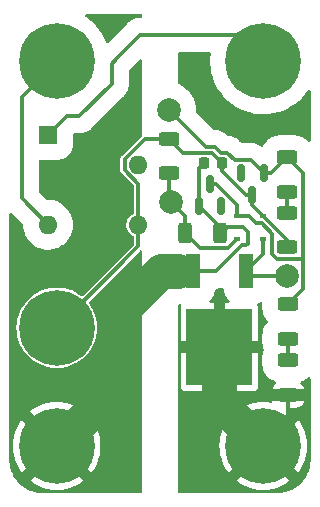
<source format=gtl>
G04 #@! TF.GenerationSoftware,KiCad,Pcbnew,6.0.10*
G04 #@! TF.CreationDate,2023-01-08T03:35:34+01:00*
G04 #@! TF.ProjectId,ideal_diode,69646561-6c5f-4646-996f-64652e6b6963,rev?*
G04 #@! TF.SameCoordinates,Original*
G04 #@! TF.FileFunction,Copper,L1,Top*
G04 #@! TF.FilePolarity,Positive*
%FSLAX46Y46*%
G04 Gerber Fmt 4.6, Leading zero omitted, Abs format (unit mm)*
G04 Created by KiCad (PCBNEW 6.0.10) date 2023-01-08 03:35:34*
%MOMM*%
%LPD*%
G01*
G04 APERTURE LIST*
G04 Aperture macros list*
%AMRoundRect*
0 Rectangle with rounded corners*
0 $1 Rounding radius*
0 $2 $3 $4 $5 $6 $7 $8 $9 X,Y pos of 4 corners*
0 Add a 4 corners polygon primitive as box body*
4,1,4,$2,$3,$4,$5,$6,$7,$8,$9,$2,$3,0*
0 Add four circle primitives for the rounded corners*
1,1,$1+$1,$2,$3*
1,1,$1+$1,$4,$5*
1,1,$1+$1,$6,$7*
1,1,$1+$1,$8,$9*
0 Add four rect primitives between the rounded corners*
20,1,$1+$1,$2,$3,$4,$5,0*
20,1,$1+$1,$4,$5,$6,$7,0*
20,1,$1+$1,$6,$7,$8,$9,0*
20,1,$1+$1,$8,$9,$2,$3,0*%
G04 Aperture macros list end*
G04 #@! TA.AperFunction,SMDPad,CuDef*
%ADD10RoundRect,0.250000X0.625000X-0.312500X0.625000X0.312500X-0.625000X0.312500X-0.625000X-0.312500X0*%
G04 #@! TD*
G04 #@! TA.AperFunction,SMDPad,CuDef*
%ADD11RoundRect,0.250000X-0.625000X0.312500X-0.625000X-0.312500X0.625000X-0.312500X0.625000X0.312500X0*%
G04 #@! TD*
G04 #@! TA.AperFunction,ComponentPad*
%ADD12C,2.000000*%
G04 #@! TD*
G04 #@! TA.AperFunction,SMDPad,CuDef*
%ADD13R,0.600000X0.400000*%
G04 #@! TD*
G04 #@! TA.AperFunction,ComponentPad*
%ADD14C,0.800000*%
G04 #@! TD*
G04 #@! TA.AperFunction,ComponentPad*
%ADD15C,6.400000*%
G04 #@! TD*
G04 #@! TA.AperFunction,SMDPad,CuDef*
%ADD16RoundRect,0.250000X0.312500X0.625000X-0.312500X0.625000X-0.312500X-0.625000X0.312500X-0.625000X0*%
G04 #@! TD*
G04 #@! TA.AperFunction,SMDPad,CuDef*
%ADD17RoundRect,0.150000X0.150000X-0.587500X0.150000X0.587500X-0.150000X0.587500X-0.150000X-0.587500X0*%
G04 #@! TD*
G04 #@! TA.AperFunction,SMDPad,CuDef*
%ADD18RoundRect,0.225000X0.225000X0.250000X-0.225000X0.250000X-0.225000X-0.250000X0.225000X-0.250000X0*%
G04 #@! TD*
G04 #@! TA.AperFunction,SMDPad,CuDef*
%ADD19R,1.250000X2.850000*%
G04 #@! TD*
G04 #@! TA.AperFunction,SMDPad,CuDef*
%ADD20R,5.550000X6.500000*%
G04 #@! TD*
G04 #@! TA.AperFunction,ComponentPad*
%ADD21R,1.600000X1.600000*%
G04 #@! TD*
G04 #@! TA.AperFunction,ComponentPad*
%ADD22O,1.600000X1.600000*%
G04 #@! TD*
G04 #@! TA.AperFunction,SMDPad,CuDef*
%ADD23RoundRect,0.150000X-0.150000X0.587500X-0.150000X-0.587500X0.150000X-0.587500X0.150000X0.587500X0*%
G04 #@! TD*
G04 #@! TA.AperFunction,ViaPad*
%ADD24C,1.000000*%
G04 #@! TD*
G04 #@! TA.AperFunction,Conductor*
%ADD25C,0.300000*%
G04 #@! TD*
G04 #@! TA.AperFunction,Conductor*
%ADD26C,3.000000*%
G04 #@! TD*
G04 APERTURE END LIST*
D10*
X35799770Y-39712500D03*
X35799770Y-36787500D03*
D11*
X25700000Y-22775000D03*
X25700000Y-25700000D03*
D12*
X35699770Y-34354770D03*
X25899770Y-28100000D03*
D13*
X31499770Y-29329770D03*
X31499770Y-30279770D03*
X31499770Y-31229770D03*
X33699770Y-31229770D03*
X33699770Y-29329770D03*
D14*
X33699770Y-18599770D03*
X33699770Y-13799770D03*
X32002714Y-17896826D03*
X35396826Y-14502714D03*
D15*
X33699770Y-16199770D03*
D14*
X36099770Y-16199770D03*
X35396826Y-17896826D03*
X31299770Y-16199770D03*
X32002714Y-14502714D03*
D11*
X35699770Y-24354770D03*
X35699770Y-27279770D03*
D16*
X29999770Y-30779770D03*
X27074770Y-30779770D03*
D17*
X28217270Y-28442270D03*
X30117270Y-28442270D03*
X29167270Y-26567270D03*
D18*
X30200000Y-24800000D03*
X28650000Y-24800000D03*
D19*
X32267270Y-34004770D03*
D20*
X29987270Y-40404770D03*
D19*
X27707270Y-34004770D03*
D14*
X17896826Y-17896826D03*
X16199770Y-13799770D03*
X18599770Y-16199770D03*
X17896826Y-14502714D03*
X14502714Y-14502714D03*
X14502714Y-17896826D03*
D15*
X16199770Y-16199770D03*
D14*
X16199770Y-18599770D03*
X13799770Y-16199770D03*
D10*
X35799770Y-44462500D03*
X35799770Y-41537500D03*
D14*
X17896826Y-37082714D03*
X14502714Y-40476826D03*
X16199770Y-41179770D03*
X18599770Y-38779770D03*
X14502714Y-37082714D03*
X13799770Y-38779770D03*
X17896826Y-40476826D03*
D15*
X16199770Y-38779770D03*
D14*
X16199770Y-36379770D03*
D11*
X35699770Y-29054770D03*
X35699770Y-31979770D03*
D15*
X16199770Y-48779770D03*
D14*
X16199770Y-46379770D03*
X13799770Y-48779770D03*
X17896826Y-50476826D03*
X18599770Y-48779770D03*
X16199770Y-51179770D03*
X14502714Y-50476826D03*
X17896826Y-47082714D03*
X14502714Y-47082714D03*
D21*
X15479770Y-22439770D03*
D22*
X15479770Y-30059770D03*
X23099770Y-30059770D03*
X23099770Y-24979770D03*
D23*
X33717270Y-25667270D03*
X31817270Y-25667270D03*
X32767270Y-27542270D03*
D14*
X31299770Y-48779770D03*
X32002714Y-47082714D03*
X33699770Y-46379770D03*
X33699770Y-51179770D03*
X36099770Y-48779770D03*
X35396826Y-47082714D03*
X35396826Y-50476826D03*
D15*
X33699770Y-48779770D03*
D14*
X32002714Y-50476826D03*
D12*
X25700000Y-20300000D03*
D24*
X22750000Y-21750000D03*
X22750000Y-20000000D03*
X21500000Y-21250000D03*
X21500000Y-47500000D03*
X20000000Y-26000000D03*
X15500000Y-43500000D03*
X14000000Y-35000000D03*
X21099770Y-39900230D03*
X18500000Y-27500000D03*
X17500000Y-43500000D03*
X21500000Y-50500000D03*
X20000000Y-29000000D03*
X20000000Y-32000000D03*
X15500000Y-26000000D03*
X20000000Y-23000000D03*
X21500000Y-49000000D03*
X21099770Y-43400230D03*
X21500000Y-13000000D03*
X21500000Y-52000000D03*
X14000000Y-43500000D03*
X18500000Y-32000000D03*
X18500000Y-26000000D03*
X18500000Y-30500000D03*
X14000000Y-33500000D03*
X20000000Y-24500000D03*
X20000000Y-27500000D03*
X15500000Y-33500000D03*
X18500000Y-24500000D03*
X17000000Y-26000000D03*
X21099770Y-41900230D03*
X21099770Y-37900230D03*
X20000000Y-30500000D03*
X18500000Y-23000000D03*
X19739770Y-45239770D03*
X17000000Y-33500000D03*
X18500000Y-33500000D03*
X21500000Y-23000000D03*
X18500000Y-29000000D03*
X22247918Y-36747918D03*
X17000000Y-27500000D03*
X20000000Y-52000000D03*
X29000000Y-50000000D03*
X29987270Y-40404770D03*
X30000000Y-38000000D03*
X30460000Y-45540000D03*
X29500000Y-20000000D03*
X32000000Y-38000000D03*
X29987270Y-44012730D03*
X31000000Y-21500000D03*
X27500000Y-47500000D03*
X34500000Y-22000000D03*
X29000000Y-52000000D03*
X32000000Y-40500000D03*
X33000000Y-22000000D03*
X32000000Y-42500000D03*
X37000000Y-22000000D03*
X37000000Y-20500000D03*
X27500000Y-50000000D03*
X29987270Y-42512730D03*
X27500000Y-52000000D03*
X29000000Y-47500000D03*
X30000000Y-36500000D03*
D25*
X21007717Y-16250000D02*
X21253859Y-16003859D01*
X20849770Y-18125864D02*
X20849770Y-16407948D01*
X20849770Y-16407948D02*
X21253859Y-16003859D01*
X21253859Y-16003859D02*
X23277947Y-13979770D01*
X15479770Y-22439770D02*
X17069770Y-20849770D01*
X17069770Y-20849770D02*
X18125864Y-20849770D01*
X18125864Y-20849770D02*
X20849770Y-18125864D01*
X31399770Y-13979770D02*
X33699770Y-16279770D01*
X23277947Y-13979770D02*
X31399770Y-13979770D01*
X31499770Y-28380163D02*
X31499770Y-29329770D01*
X32629770Y-24579770D02*
X33717270Y-25667270D01*
X34474770Y-30811876D02*
X34474770Y-32540798D01*
X34387270Y-25667270D02*
X35699770Y-24354770D01*
X30663173Y-23975000D02*
X31267943Y-24579770D01*
X29582106Y-23475000D02*
X30082106Y-23975000D01*
X34863742Y-32929770D02*
X37049770Y-32929770D01*
X29167270Y-26567270D02*
X29686877Y-26567270D01*
X33571217Y-29908323D02*
X34474770Y-30811876D01*
X28875000Y-23475000D02*
X29582106Y-23475000D01*
X35799770Y-36767270D02*
X37049770Y-35517270D01*
X35699770Y-24354770D02*
X37049770Y-25704770D01*
X33078323Y-29908323D02*
X33571217Y-29908323D01*
X25700000Y-20300000D02*
X28875000Y-23475000D01*
X37049770Y-35517270D02*
X37049770Y-34104770D01*
X33717270Y-25667270D02*
X34387270Y-25667270D01*
X37049770Y-25704770D02*
X37049770Y-32929770D01*
X30082106Y-23975000D02*
X30663173Y-23975000D01*
X31499770Y-29329770D02*
X32499770Y-29329770D01*
X37049770Y-34104770D02*
X37049770Y-32929770D01*
X31267943Y-24579770D02*
X32629770Y-24579770D01*
X32499770Y-29329770D02*
X33078323Y-29908323D01*
X29686877Y-26567270D02*
X31499770Y-28380163D01*
X34474770Y-32540798D02*
X34863742Y-32929770D01*
X35699770Y-34354770D02*
X32617270Y-34354770D01*
X32617270Y-34354770D02*
X32267270Y-34004770D01*
X33699770Y-31229770D02*
X33699770Y-32572270D01*
X33699770Y-32572270D02*
X32267270Y-34004770D01*
D26*
X21099770Y-43879770D02*
X21099770Y-43400230D01*
D25*
X32417270Y-30654770D02*
X32417270Y-31654770D01*
X31874376Y-31804770D02*
X29674376Y-34004770D01*
X32017270Y-30254770D02*
X32417270Y-30654770D01*
D26*
X21099770Y-43400230D02*
X21099770Y-41900230D01*
D25*
X28217270Y-28442270D02*
X28217270Y-25232730D01*
D26*
X16199770Y-48779770D02*
X19739770Y-45239770D01*
D25*
X31767270Y-30254770D02*
X32017270Y-30254770D01*
X29674376Y-34004770D02*
X27707270Y-34004770D01*
X30717270Y-30254770D02*
X30267270Y-30704770D01*
D26*
X19739770Y-45239770D02*
X21099770Y-43879770D01*
D25*
X30267270Y-30704770D02*
X30267270Y-30492270D01*
D26*
X21099770Y-37900230D02*
X21099770Y-37896066D01*
D25*
X32267270Y-31804770D02*
X31874376Y-31804770D01*
X30267270Y-30492270D02*
X28217270Y-28442270D01*
D26*
X25016066Y-33979770D02*
X26499770Y-33979770D01*
D25*
X31767270Y-30254770D02*
X30717270Y-30254770D01*
D26*
X21099770Y-37896066D02*
X22247918Y-36747918D01*
D25*
X28217270Y-25232730D02*
X28650000Y-24800000D01*
D26*
X22247918Y-36747918D02*
X25016066Y-33979770D01*
D25*
X32417270Y-31654770D02*
X32267270Y-31804770D01*
D26*
X21099770Y-39900230D02*
X21099770Y-37900230D01*
X21099770Y-41900230D02*
X21099770Y-39900230D01*
D25*
X25700000Y-27900230D02*
X25899770Y-28100000D01*
X27074770Y-29275000D02*
X25899770Y-28100000D01*
X27074770Y-30779770D02*
X28299770Y-32004770D01*
X30724770Y-32004770D02*
X31499770Y-31229770D01*
X27074770Y-30779770D02*
X27074770Y-29275000D01*
X25700000Y-25700000D02*
X25700000Y-27900230D01*
X28299770Y-32004770D02*
X30724770Y-32004770D01*
X35799770Y-41529770D02*
X35799770Y-39692270D01*
D26*
X29987270Y-44012730D02*
X29987270Y-45067270D01*
X29987270Y-45067270D02*
X30460000Y-45540000D01*
X29987270Y-40404770D02*
X29987270Y-42512730D01*
X29987270Y-42512730D02*
X29987270Y-44012730D01*
D25*
X35799770Y-46679770D02*
X33699770Y-48779770D01*
D26*
X30460000Y-45540000D02*
X33699770Y-48779770D01*
D25*
X35799770Y-44454770D02*
X35799770Y-46679770D01*
X35699770Y-29054770D02*
X35699770Y-27279770D01*
X35699770Y-31329770D02*
X35699770Y-31979770D01*
X23099770Y-31879770D02*
X16199770Y-38779770D01*
X23099770Y-30059770D02*
X23099770Y-31879770D01*
X21949770Y-25456116D02*
X21949770Y-24503424D01*
X29375000Y-23975000D02*
X26900000Y-23975000D01*
X33699770Y-29329770D02*
X35699770Y-31329770D01*
X30200000Y-25494607D02*
X30200000Y-24800000D01*
X32767270Y-27542270D02*
X32767270Y-28397270D01*
X30200000Y-24800000D02*
X29375000Y-23975000D01*
X23678194Y-22775000D02*
X25700000Y-22775000D01*
X32247663Y-27542270D02*
X30200000Y-25494607D01*
X21949770Y-24503424D02*
X23678194Y-22775000D01*
X23099770Y-30059770D02*
X23099770Y-26606116D01*
X26900000Y-23975000D02*
X25700000Y-22775000D01*
X32767270Y-27542270D02*
X32247663Y-27542270D01*
X23099770Y-26606116D02*
X21949770Y-25456116D01*
X32767270Y-28397270D02*
X33699770Y-29329770D01*
X15479770Y-30059770D02*
X13229770Y-27809770D01*
X13229770Y-27809770D02*
X13229770Y-19249770D01*
X13229770Y-19249770D02*
X16199770Y-16279770D01*
G04 #@! TA.AperFunction,Conductor*
G36*
X23367802Y-16045398D02*
G01*
X23424638Y-16087945D01*
X23449449Y-16154465D01*
X23449770Y-16163454D01*
X23449770Y-22455552D01*
X23429768Y-22523673D01*
X23412865Y-22544647D01*
X21737871Y-24219641D01*
X21722917Y-24231719D01*
X21719365Y-24234951D01*
X21710618Y-24240599D01*
X21704172Y-24248776D01*
X21691768Y-24264510D01*
X21688271Y-24268445D01*
X21688375Y-24268533D01*
X21685020Y-24272492D01*
X21681342Y-24276170D01*
X21678323Y-24280395D01*
X21678316Y-24280403D01*
X21671098Y-24290504D01*
X21667534Y-24295251D01*
X21638378Y-24332235D01*
X21635577Y-24340211D01*
X21630659Y-24347093D01*
X21617151Y-24392260D01*
X21615329Y-24397866D01*
X21602342Y-24434847D01*
X21602341Y-24434853D01*
X21599715Y-24442330D01*
X21599270Y-24447468D01*
X21599270Y-24450187D01*
X21599175Y-24452369D01*
X21599015Y-24452904D01*
X21598988Y-24452903D01*
X21598981Y-24453021D01*
X21597226Y-24458888D01*
X21597635Y-24469296D01*
X21599173Y-24508443D01*
X21599270Y-24513390D01*
X21599270Y-25405292D01*
X21597237Y-25424391D01*
X21597010Y-25429199D01*
X21594819Y-25439377D01*
X21596043Y-25449716D01*
X21598397Y-25469607D01*
X21598707Y-25474862D01*
X21598842Y-25474851D01*
X21599270Y-25480030D01*
X21599270Y-25485231D01*
X21600124Y-25490359D01*
X21600124Y-25490365D01*
X21602159Y-25502589D01*
X21602996Y-25508465D01*
X21608534Y-25555254D01*
X21612193Y-25562874D01*
X21613582Y-25571219D01*
X21618527Y-25580383D01*
X21635962Y-25612696D01*
X21638654Y-25617981D01*
X21659044Y-25660442D01*
X21662362Y-25664390D01*
X21664295Y-25666323D01*
X21665760Y-25667920D01*
X21666024Y-25668410D01*
X21666004Y-25668429D01*
X21666083Y-25668518D01*
X21668992Y-25673910D01*
X21676640Y-25680980D01*
X21676641Y-25680981D01*
X21705406Y-25707571D01*
X21708972Y-25711000D01*
X22712365Y-26714393D01*
X22746391Y-26776705D01*
X22749270Y-26803488D01*
X22749270Y-29037677D01*
X22729268Y-29105798D01*
X22681645Y-29149339D01*
X22554742Y-29215682D01*
X22554738Y-29215685D01*
X22549282Y-29218537D01*
X22544482Y-29222397D01*
X22544481Y-29222397D01*
X22537944Y-29227653D01*
X22396370Y-29341481D01*
X22270250Y-29491786D01*
X22267286Y-29497178D01*
X22267283Y-29497182D01*
X22266954Y-29497781D01*
X22175726Y-29663724D01*
X22116398Y-29850748D01*
X22094527Y-30045733D01*
X22110945Y-30241253D01*
X22165028Y-30429861D01*
X22167846Y-30435344D01*
X22251893Y-30598883D01*
X22251896Y-30598887D01*
X22254714Y-30604371D01*
X22376588Y-30758139D01*
X22526008Y-30885305D01*
X22531386Y-30888311D01*
X22531388Y-30888312D01*
X22684740Y-30974017D01*
X22734446Y-31024710D01*
X22749270Y-31084005D01*
X22749270Y-31682398D01*
X22729268Y-31750519D01*
X22712365Y-31771493D01*
X18422683Y-36061175D01*
X18360371Y-36095201D01*
X18289556Y-36090136D01*
X18257234Y-36072310D01*
X18116659Y-35965221D01*
X18116649Y-35965214D01*
X18113942Y-35963152D01*
X18111030Y-35961395D01*
X18111025Y-35961392D01*
X17801475Y-35774659D01*
X17801466Y-35774654D01*
X17798553Y-35772897D01*
X17795463Y-35771463D01*
X17795458Y-35771460D01*
X17631507Y-35695357D01*
X17464461Y-35617817D01*
X17461236Y-35616725D01*
X17461230Y-35616723D01*
X17118802Y-35500818D01*
X17118797Y-35500817D01*
X17115575Y-35499726D01*
X16881690Y-35447874D01*
X16759306Y-35420742D01*
X16759302Y-35420741D01*
X16755976Y-35420004D01*
X16606394Y-35403490D01*
X16393252Y-35379959D01*
X16393245Y-35379959D01*
X16389870Y-35379586D01*
X16386471Y-35379580D01*
X16386470Y-35379580D01*
X16212749Y-35379277D01*
X16021540Y-35378943D01*
X15884326Y-35393607D01*
X15658680Y-35417721D01*
X15658674Y-35417722D01*
X15655296Y-35418083D01*
X15295420Y-35496549D01*
X14946124Y-35613422D01*
X14943031Y-35614845D01*
X14943030Y-35614845D01*
X14933444Y-35619254D01*
X14611493Y-35767335D01*
X14608559Y-35769091D01*
X14608557Y-35769092D01*
X14514533Y-35825364D01*
X14295442Y-35956488D01*
X14001668Y-36178667D01*
X13733607Y-36431275D01*
X13494396Y-36711355D01*
X13492468Y-36714182D01*
X13492466Y-36714184D01*
X13486019Y-36723635D01*
X13286832Y-37015632D01*
X13113344Y-37340546D01*
X13112069Y-37343718D01*
X13112067Y-37343722D01*
X13109010Y-37351328D01*
X12975962Y-37682296D01*
X12876291Y-38036885D01*
X12875729Y-38040242D01*
X12875729Y-38040243D01*
X12873785Y-38051863D01*
X12815499Y-38400163D01*
X12794297Y-38767883D01*
X12812932Y-39135741D01*
X12813469Y-39139096D01*
X12813470Y-39139102D01*
X12853808Y-39390940D01*
X12871186Y-39499435D01*
X12968378Y-39854711D01*
X13103372Y-40197412D01*
X13274587Y-40523529D01*
X13276488Y-40526358D01*
X13276494Y-40526368D01*
X13461477Y-40801649D01*
X13480022Y-40829247D01*
X13717272Y-41110991D01*
X13819776Y-41208946D01*
X13981099Y-41363111D01*
X13981106Y-41363117D01*
X13983562Y-41365464D01*
X14275778Y-41589689D01*
X14590501Y-41781044D01*
X14924049Y-41937289D01*
X14927267Y-41938391D01*
X14927270Y-41938392D01*
X15269298Y-42055495D01*
X15269306Y-42055497D01*
X15272521Y-42056598D01*
X15631840Y-42137574D01*
X15714772Y-42147023D01*
X15994420Y-42178885D01*
X15994428Y-42178885D01*
X15997803Y-42179270D01*
X16001207Y-42179288D01*
X16001210Y-42179288D01*
X16200844Y-42180333D01*
X16366128Y-42181198D01*
X16369514Y-42180848D01*
X16369516Y-42180848D01*
X16729115Y-42143688D01*
X16729124Y-42143687D01*
X16732507Y-42143337D01*
X16735840Y-42142623D01*
X16735843Y-42142622D01*
X16913258Y-42104587D01*
X17092654Y-42066128D01*
X17442356Y-41950475D01*
X17777522Y-41797731D01*
X17874735Y-41740010D01*
X18091286Y-41611432D01*
X18091291Y-41611429D01*
X18094231Y-41609683D01*
X18120861Y-41589689D01*
X18386046Y-41390582D01*
X18388779Y-41388530D01*
X18657720Y-41136859D01*
X18897908Y-40857616D01*
X18915608Y-40831863D01*
X19104601Y-40556874D01*
X19106532Y-40554065D01*
X19108144Y-40551071D01*
X19108149Y-40551063D01*
X19279531Y-40232771D01*
X19281153Y-40229759D01*
X19419728Y-39888490D01*
X19520635Y-39534252D01*
X19582695Y-39171188D01*
X19584658Y-39139102D01*
X19605071Y-38805342D01*
X19605181Y-38803545D01*
X19605264Y-38779770D01*
X19585345Y-38411979D01*
X19525822Y-38048490D01*
X19427390Y-37693556D01*
X19424213Y-37685571D01*
X19292460Y-37354492D01*
X19291201Y-37351328D01*
X19261128Y-37294530D01*
X19120447Y-37028830D01*
X19120443Y-37028823D01*
X19118848Y-37025811D01*
X18912348Y-36720811D01*
X18910486Y-36718616D01*
X18885267Y-36652359D01*
X18899893Y-36582886D01*
X18921788Y-36553434D01*
X23234675Y-32240547D01*
X23296987Y-32206521D01*
X23367802Y-32211586D01*
X23424638Y-32254133D01*
X23449449Y-32320653D01*
X23449770Y-32329642D01*
X23449770Y-52653180D01*
X23429768Y-52721301D01*
X23376112Y-52767794D01*
X23323770Y-52779180D01*
X15037080Y-52779180D01*
X15019758Y-52777214D01*
X15014189Y-52777204D01*
X15000359Y-52774024D01*
X14986519Y-52777156D01*
X14972330Y-52777131D01*
X14972331Y-52776519D01*
X14964392Y-52777180D01*
X14797257Y-52767794D01*
X14693617Y-52761974D01*
X14679585Y-52760393D01*
X14526035Y-52734304D01*
X14384024Y-52710175D01*
X14370248Y-52707030D01*
X14082190Y-52624041D01*
X14068854Y-52619375D01*
X13955666Y-52572491D01*
X13791879Y-52504648D01*
X13779156Y-52498521D01*
X13516771Y-52353505D01*
X13504818Y-52345995D01*
X13260306Y-52172503D01*
X13249275Y-52163706D01*
X13205034Y-52124169D01*
X13062617Y-51996897D01*
X13025734Y-51963936D01*
X13015743Y-51953944D01*
X12818138Y-51732822D01*
X13959760Y-51732822D01*
X13967217Y-51743189D01*
X14014705Y-51781644D01*
X14020042Y-51785521D01*
X14340455Y-51993600D01*
X14346164Y-51996897D01*
X14686581Y-52170348D01*
X14692606Y-52173030D01*
X15049272Y-52309941D01*
X15055554Y-52311982D01*
X15424586Y-52410864D01*
X15431036Y-52412235D01*
X15808399Y-52472004D01*
X15814937Y-52472690D01*
X16196469Y-52492686D01*
X16203071Y-52492686D01*
X16584603Y-52472690D01*
X16591141Y-52472004D01*
X16968504Y-52412235D01*
X16974954Y-52410864D01*
X17343986Y-52311982D01*
X17350268Y-52309941D01*
X17706934Y-52173030D01*
X17712959Y-52170348D01*
X18053376Y-51996897D01*
X18059085Y-51993600D01*
X18379498Y-51785521D01*
X18384835Y-51781644D01*
X18431373Y-51743958D01*
X18439839Y-51731703D01*
X18433505Y-51720612D01*
X16212582Y-49499689D01*
X16198638Y-49492075D01*
X16196805Y-49492206D01*
X16190190Y-49496457D01*
X13966901Y-51719746D01*
X13959760Y-51732822D01*
X12818138Y-51732822D01*
X12815989Y-51730417D01*
X12807179Y-51719370D01*
X12633699Y-51474871D01*
X12626186Y-51462915D01*
X12481171Y-51200527D01*
X12475043Y-51187801D01*
X12360323Y-50910839D01*
X12355656Y-50897502D01*
X12322853Y-50783639D01*
X12272661Y-50609418D01*
X12269519Y-50595649D01*
X12219306Y-50300102D01*
X12217724Y-50286061D01*
X12202547Y-50015786D01*
X12203208Y-50008061D01*
X12202451Y-50008060D01*
X12202476Y-49993868D01*
X12205656Y-49980040D01*
X12202525Y-49966200D01*
X12202533Y-49961374D01*
X12200500Y-49943177D01*
X12200500Y-48783071D01*
X12486854Y-48783071D01*
X12506850Y-49164603D01*
X12507536Y-49171141D01*
X12567305Y-49548504D01*
X12568676Y-49554954D01*
X12667558Y-49923986D01*
X12669599Y-49930268D01*
X12806510Y-50286934D01*
X12809192Y-50292959D01*
X12982642Y-50633373D01*
X12985939Y-50639083D01*
X13194023Y-50959505D01*
X13197893Y-50964831D01*
X13235582Y-51011373D01*
X13247837Y-51019839D01*
X13258928Y-51013505D01*
X15479851Y-48792582D01*
X15486229Y-48780902D01*
X16912075Y-48780902D01*
X16912206Y-48782735D01*
X16916457Y-48789350D01*
X19139746Y-51012639D01*
X19152822Y-51019780D01*
X19163189Y-51012323D01*
X19201647Y-50964831D01*
X19205517Y-50959505D01*
X19413601Y-50639083D01*
X19416898Y-50633373D01*
X19590348Y-50292959D01*
X19593030Y-50286934D01*
X19729941Y-49930268D01*
X19731982Y-49923986D01*
X19830864Y-49554954D01*
X19832235Y-49548504D01*
X19892004Y-49171141D01*
X19892690Y-49164603D01*
X19912686Y-48783071D01*
X19912686Y-48776469D01*
X19892690Y-48394937D01*
X19892004Y-48388399D01*
X19832235Y-48011036D01*
X19830864Y-48004586D01*
X19731982Y-47635554D01*
X19729941Y-47629272D01*
X19593030Y-47272606D01*
X19590348Y-47266581D01*
X19416898Y-46926167D01*
X19413601Y-46920457D01*
X19205517Y-46600035D01*
X19201647Y-46594709D01*
X19163958Y-46548167D01*
X19151703Y-46539701D01*
X19140612Y-46546035D01*
X16919689Y-48766958D01*
X16912075Y-48780902D01*
X15486229Y-48780902D01*
X15487465Y-48778638D01*
X15487334Y-48776805D01*
X15483083Y-48770190D01*
X13259794Y-46546901D01*
X13246718Y-46539760D01*
X13236351Y-46547217D01*
X13197893Y-46594709D01*
X13194023Y-46600035D01*
X12985939Y-46920457D01*
X12982642Y-46926167D01*
X12809192Y-47266581D01*
X12806510Y-47272606D01*
X12669599Y-47629272D01*
X12667558Y-47635554D01*
X12568676Y-48004586D01*
X12567305Y-48011036D01*
X12507536Y-48388399D01*
X12506850Y-48394937D01*
X12486854Y-48776469D01*
X12486854Y-48783071D01*
X12200500Y-48783071D01*
X12200500Y-45827837D01*
X13959701Y-45827837D01*
X13966035Y-45838928D01*
X16186958Y-48059851D01*
X16200902Y-48067465D01*
X16202735Y-48067334D01*
X16209350Y-48063083D01*
X18432639Y-45839794D01*
X18439780Y-45826718D01*
X18432323Y-45816351D01*
X18384835Y-45777896D01*
X18379498Y-45774019D01*
X18059085Y-45565940D01*
X18053376Y-45562643D01*
X17712959Y-45389192D01*
X17706934Y-45386510D01*
X17350268Y-45249599D01*
X17343986Y-45247558D01*
X16974954Y-45148676D01*
X16968504Y-45147305D01*
X16591141Y-45087536D01*
X16584603Y-45086850D01*
X16203071Y-45066854D01*
X16196469Y-45066854D01*
X15814937Y-45086850D01*
X15808399Y-45087536D01*
X15431036Y-45147305D01*
X15424586Y-45148676D01*
X15055554Y-45247558D01*
X15049272Y-45249599D01*
X14692606Y-45386510D01*
X14686581Y-45389192D01*
X14346167Y-45562642D01*
X14340457Y-45565939D01*
X14020035Y-45774023D01*
X14014709Y-45777893D01*
X13968167Y-45815582D01*
X13959701Y-45827837D01*
X12200500Y-45827837D01*
X12200500Y-29136007D01*
X12220502Y-29067886D01*
X12274158Y-29021393D01*
X12344432Y-29011289D01*
X12409012Y-29040783D01*
X12415595Y-29046912D01*
X13338590Y-29969907D01*
X13372616Y-30032219D01*
X13375286Y-30051746D01*
X13390964Y-30323648D01*
X13391789Y-30327853D01*
X13391790Y-30327861D01*
X13410640Y-30423939D01*
X13446102Y-30604690D01*
X13447489Y-30608740D01*
X13447490Y-30608745D01*
X13500007Y-30762134D01*
X13538872Y-30875648D01*
X13555449Y-30908607D01*
X13643665Y-31084005D01*
X13667557Y-31131510D01*
X13669983Y-31135039D01*
X13669986Y-31135045D01*
X13708690Y-31191359D01*
X13829776Y-31367540D01*
X14022526Y-31579370D01*
X14242242Y-31763081D01*
X14484858Y-31915273D01*
X14488760Y-31917035D01*
X14488764Y-31917037D01*
X14741972Y-32031365D01*
X14741976Y-32031367D01*
X14745884Y-32033131D01*
X14750003Y-32034351D01*
X15016376Y-32113255D01*
X15016381Y-32113256D01*
X15020489Y-32114473D01*
X15024723Y-32115121D01*
X15024728Y-32115122D01*
X15271984Y-32152957D01*
X15303594Y-32157794D01*
X15449359Y-32160084D01*
X15585668Y-32162226D01*
X15585674Y-32162226D01*
X15589959Y-32162293D01*
X15594211Y-32161778D01*
X15594219Y-32161778D01*
X15813991Y-32135181D01*
X15874284Y-32127885D01*
X15878432Y-32126797D01*
X15878436Y-32126796D01*
X16147158Y-32056298D01*
X16151309Y-32055209D01*
X16155270Y-32053569D01*
X16155274Y-32053567D01*
X16313284Y-31988117D01*
X16415908Y-31945609D01*
X16424029Y-31940864D01*
X16659487Y-31803273D01*
X16659488Y-31803273D01*
X16663185Y-31801112D01*
X16700960Y-31771493D01*
X16885191Y-31627037D01*
X16888563Y-31624393D01*
X16935261Y-31576205D01*
X17084889Y-31421800D01*
X17087872Y-31418722D01*
X17090405Y-31415274D01*
X17090409Y-31415269D01*
X17254887Y-31191359D01*
X17257425Y-31187904D01*
X17286125Y-31135045D01*
X17392033Y-30939987D01*
X17392034Y-30939985D01*
X17394083Y-30936211D01*
X17495318Y-30668300D01*
X17512138Y-30594858D01*
X17558300Y-30393308D01*
X17558301Y-30393303D01*
X17559257Y-30389128D01*
X17584716Y-30103862D01*
X17585178Y-30059770D01*
X17584221Y-30045733D01*
X17565990Y-29778310D01*
X17565989Y-29778304D01*
X17565698Y-29774033D01*
X17507620Y-29493584D01*
X17412018Y-29223612D01*
X17331642Y-29067886D01*
X17282626Y-28972919D01*
X17282626Y-28972918D01*
X17280661Y-28969112D01*
X17229228Y-28895930D01*
X17118443Y-28738299D01*
X17118438Y-28738293D01*
X17115979Y-28734794D01*
X16921021Y-28524994D01*
X16917705Y-28522280D01*
X16917702Y-28522277D01*
X16702711Y-28346309D01*
X16699393Y-28343593D01*
X16455197Y-28193950D01*
X16451261Y-28192222D01*
X16196880Y-28080556D01*
X16196876Y-28080555D01*
X16192952Y-28078832D01*
X15917509Y-28000370D01*
X15707651Y-27970503D01*
X15638218Y-27960621D01*
X15638216Y-27960621D01*
X15633966Y-27960016D01*
X15507482Y-27959354D01*
X15482071Y-27959221D01*
X15414055Y-27938863D01*
X15393635Y-27922318D01*
X14717175Y-27245858D01*
X14683149Y-27183546D01*
X14680270Y-27156763D01*
X14680270Y-24666270D01*
X14700272Y-24598149D01*
X14753928Y-24551656D01*
X14806270Y-24540270D01*
X16336554Y-24540270D01*
X16339271Y-24540032D01*
X16339278Y-24540032D01*
X16407468Y-24534066D01*
X16506462Y-24525405D01*
X16511775Y-24523981D01*
X16511777Y-24523981D01*
X16720956Y-24467932D01*
X16720958Y-24467931D01*
X16726266Y-24466509D01*
X16731248Y-24464186D01*
X16927523Y-24372661D01*
X16927526Y-24372659D01*
X16932504Y-24370338D01*
X17118909Y-24239817D01*
X17279817Y-24078909D01*
X17410338Y-23892504D01*
X17506509Y-23686266D01*
X17565405Y-23466462D01*
X17580270Y-23296554D01*
X17580270Y-22442776D01*
X17600272Y-22374655D01*
X17617175Y-22353681D01*
X17633681Y-22337175D01*
X17695993Y-22303149D01*
X17722776Y-22300270D01*
X18013697Y-22300270D01*
X18031449Y-22301527D01*
X18032552Y-22301684D01*
X18039545Y-22302679D01*
X18044708Y-22302562D01*
X18044710Y-22302562D01*
X18144297Y-22300302D01*
X18147155Y-22300270D01*
X18186327Y-22300270D01*
X18198082Y-22299304D01*
X18205535Y-22298913D01*
X18255781Y-22297772D01*
X18278002Y-22297268D01*
X18283076Y-22296309D01*
X18283079Y-22296309D01*
X18294848Y-22294085D01*
X18314008Y-22290465D01*
X18327067Y-22288699D01*
X18338592Y-22287752D01*
X18358426Y-22286121D01*
X18358429Y-22286121D01*
X18363580Y-22285697D01*
X18368589Y-22284439D01*
X18368594Y-22284438D01*
X18433864Y-22268043D01*
X18441165Y-22266438D01*
X18512374Y-22252983D01*
X18546778Y-22240393D01*
X18559384Y-22236515D01*
X18567610Y-22234449D01*
X18594912Y-22227591D01*
X18661366Y-22198696D01*
X18668307Y-22195919D01*
X18731508Y-22172791D01*
X18736364Y-22171014D01*
X18740862Y-22168469D01*
X18740871Y-22168465D01*
X18768246Y-22152977D01*
X18780047Y-22147093D01*
X18808905Y-22134545D01*
X18808912Y-22134541D01*
X18813648Y-22132482D01*
X18874497Y-22093117D01*
X18880892Y-22089244D01*
X18939453Y-22056112D01*
X18939454Y-22056112D01*
X18943960Y-22053562D01*
X18972466Y-22030561D01*
X18983139Y-22022834D01*
X19013913Y-22002925D01*
X19067530Y-21954137D01*
X19073184Y-21949292D01*
X19093739Y-21932707D01*
X19093748Y-21932699D01*
X19096358Y-21930593D01*
X19124089Y-21902862D01*
X19128384Y-21898764D01*
X19186506Y-21845877D01*
X19186507Y-21845875D01*
X19190328Y-21842399D01*
X19193528Y-21838348D01*
X19193531Y-21838344D01*
X19207457Y-21820710D01*
X19217244Y-21809707D01*
X21796111Y-19230839D01*
X21809552Y-19219175D01*
X21811958Y-19217369D01*
X21811964Y-19217364D01*
X21816095Y-19214262D01*
X21888496Y-19138499D01*
X21890495Y-19136455D01*
X21918182Y-19108768D01*
X21925820Y-19099761D01*
X21930801Y-19094230D01*
X21980883Y-19041822D01*
X22001528Y-19011557D01*
X22009522Y-19001063D01*
X22029869Y-18977071D01*
X22033214Y-18973127D01*
X22048624Y-18947380D01*
X22070427Y-18910951D01*
X22074453Y-18904655D01*
X22112385Y-18849048D01*
X22115295Y-18844782D01*
X22130718Y-18811556D01*
X22136891Y-18799897D01*
X22153046Y-18772904D01*
X22155704Y-18768463D01*
X22182277Y-18701004D01*
X22185204Y-18694175D01*
X22213542Y-18633127D01*
X22213544Y-18633122D01*
X22215719Y-18628436D01*
X22217099Y-18623460D01*
X22217103Y-18623449D01*
X22225510Y-18593131D01*
X22229692Y-18580633D01*
X22243121Y-18546541D01*
X22258312Y-18475680D01*
X22260096Y-18468418D01*
X22278080Y-18403573D01*
X22278081Y-18403568D01*
X22279461Y-18398592D01*
X22283354Y-18362168D01*
X22285439Y-18349148D01*
X22292035Y-18318380D01*
X22292035Y-18318376D01*
X22293119Y-18313322D01*
X22296533Y-18240930D01*
X22297106Y-18233488D01*
X22299913Y-18207227D01*
X22299914Y-18207210D01*
X22300270Y-18203878D01*
X22300270Y-18164656D01*
X22300410Y-18158720D01*
X22304111Y-18080235D01*
X22304355Y-18075069D01*
X22301131Y-18047625D01*
X22300270Y-18032924D01*
X22300270Y-17060954D01*
X22320272Y-16992833D01*
X22337175Y-16971859D01*
X23234675Y-16074359D01*
X23296987Y-16040333D01*
X23367802Y-16045398D01*
G37*
G04 #@! TD.AperFunction*
G04 #@! TA.AperFunction,Conductor*
G36*
X23391891Y-12220502D02*
G01*
X23438384Y-12274158D01*
X23449770Y-12326500D01*
X23449770Y-12401748D01*
X23429768Y-12469869D01*
X23376112Y-12516362D01*
X23326629Y-12527716D01*
X23287268Y-12528609D01*
X23259556Y-12529238D01*
X23256699Y-12529270D01*
X23217484Y-12529270D01*
X23214927Y-12529480D01*
X23214906Y-12529481D01*
X23205711Y-12530237D01*
X23198254Y-12530629D01*
X23125809Y-12532273D01*
X23120737Y-12533231D01*
X23120731Y-12533232D01*
X23089815Y-12539074D01*
X23076745Y-12540841D01*
X23045382Y-12543419D01*
X23045376Y-12543420D01*
X23040231Y-12543843D01*
X22969942Y-12561498D01*
X22962642Y-12563103D01*
X22891437Y-12576557D01*
X22886577Y-12578336D01*
X22886572Y-12578337D01*
X22857036Y-12589146D01*
X22844429Y-12593025D01*
X22808899Y-12601949D01*
X22804163Y-12604008D01*
X22804158Y-12604010D01*
X22742431Y-12630850D01*
X22735491Y-12633626D01*
X22672304Y-12656749D01*
X22672298Y-12656752D01*
X22667447Y-12658527D01*
X22653660Y-12666327D01*
X22635571Y-12676561D01*
X22623770Y-12682445D01*
X22594909Y-12694994D01*
X22594904Y-12694996D01*
X22590163Y-12697058D01*
X22563596Y-12714245D01*
X22529315Y-12736422D01*
X22522920Y-12740295D01*
X22459850Y-12775978D01*
X22455826Y-12779225D01*
X22455820Y-12779229D01*
X22440105Y-12791910D01*
X22431335Y-12798987D01*
X22420668Y-12806709D01*
X22389898Y-12826615D01*
X22336295Y-12875391D01*
X22330625Y-12880250D01*
X22310071Y-12896834D01*
X22310063Y-12896841D01*
X22307452Y-12898948D01*
X22279722Y-12926678D01*
X22275427Y-12930776D01*
X22213483Y-12987141D01*
X22210283Y-12991192D01*
X22210280Y-12991196D01*
X22196358Y-13008825D01*
X22186572Y-13019828D01*
X20979005Y-14227397D01*
X20601460Y-14604942D01*
X20539147Y-14638967D01*
X20468332Y-14633903D01*
X20411496Y-14591356D01*
X20396727Y-14565888D01*
X20296235Y-14333665D01*
X20249113Y-14224773D01*
X20053449Y-13865899D01*
X19903875Y-13642468D01*
X19827656Y-13528613D01*
X19827648Y-13528602D01*
X19826064Y-13526236D01*
X19568830Y-13208579D01*
X19380208Y-13014614D01*
X19285855Y-12917589D01*
X19285851Y-12917585D01*
X19283865Y-12915543D01*
X19281707Y-12913693D01*
X19281697Y-12913684D01*
X19113665Y-12769664D01*
X18973514Y-12649540D01*
X18663475Y-12429206D01*
X18619535Y-12373441D01*
X18612719Y-12302772D01*
X18645192Y-12239637D01*
X18706643Y-12204080D01*
X18736465Y-12200500D01*
X23323770Y-12200500D01*
X23391891Y-12220502D01*
G37*
G04 #@! TD.AperFunction*
G04 #@! TA.AperFunction,Conductor*
G36*
X30300090Y-35394788D02*
G01*
X30337378Y-35455204D01*
X30341736Y-35483008D01*
X30341770Y-35483788D01*
X30341770Y-35486554D01*
X30356635Y-35656462D01*
X30415531Y-35876266D01*
X30417853Y-35881246D01*
X30417854Y-35881248D01*
X30463056Y-35978182D01*
X30511702Y-36082504D01*
X30642223Y-36268909D01*
X30803131Y-36429817D01*
X30801820Y-36431128D01*
X30836570Y-36483365D01*
X30837692Y-36554353D01*
X30800257Y-36614679D01*
X30736150Y-36645189D01*
X30716250Y-36646770D01*
X30505385Y-36646770D01*
X30490146Y-36651245D01*
X30488941Y-36652635D01*
X30487270Y-36660318D01*
X30487270Y-39886655D01*
X30491745Y-39901894D01*
X30493135Y-39903099D01*
X30500818Y-39904770D01*
X33252154Y-39904770D01*
X33267393Y-39900295D01*
X33268598Y-39898905D01*
X33270269Y-39891222D01*
X33270269Y-37110101D01*
X33269899Y-37103280D01*
X33264375Y-37052418D01*
X33260749Y-37037166D01*
X33215594Y-36916716D01*
X33207056Y-36901122D01*
X33188128Y-36875866D01*
X33163280Y-36809360D01*
X33178333Y-36739977D01*
X33228507Y-36689747D01*
X33256343Y-36678594D01*
X33333456Y-36657932D01*
X33333458Y-36657931D01*
X33338766Y-36656509D01*
X33343748Y-36654186D01*
X33343753Y-36654184D01*
X33445019Y-36606962D01*
X33515211Y-36596300D01*
X33580024Y-36625279D01*
X33618880Y-36684699D01*
X33624270Y-36721156D01*
X33624271Y-36948065D01*
X33624271Y-37170364D01*
X33635130Y-37321866D01*
X33690407Y-37565171D01*
X33783874Y-37796509D01*
X33913125Y-38009927D01*
X33916401Y-38013777D01*
X33916403Y-38013779D01*
X34047941Y-38168337D01*
X34076859Y-38233178D01*
X34066131Y-38303359D01*
X34047941Y-38331663D01*
X33913125Y-38490073D01*
X33783874Y-38703491D01*
X33690407Y-38934829D01*
X33635130Y-39178134D01*
X33624270Y-39329635D01*
X33624271Y-40095364D01*
X33635130Y-40246866D01*
X33690407Y-40490171D01*
X33692303Y-40494863D01*
X33692304Y-40494867D01*
X33725811Y-40577800D01*
X33732784Y-40648453D01*
X33725811Y-40672200D01*
X33692304Y-40755133D01*
X33690407Y-40759829D01*
X33635130Y-41003134D01*
X33624270Y-41154635D01*
X33624271Y-41920364D01*
X33635130Y-42071866D01*
X33690407Y-42315171D01*
X33783874Y-42546509D01*
X33913125Y-42759927D01*
X34074834Y-42949936D01*
X34264843Y-43111645D01*
X34478261Y-43240896D01*
X34686240Y-43324925D01*
X34686408Y-43324993D01*
X34742075Y-43369057D01*
X34765083Y-43436222D01*
X34748126Y-43505164D01*
X34711847Y-43542450D01*
X34712695Y-43543520D01*
X34695562Y-43557099D01*
X34581031Y-43671829D01*
X34572019Y-43683240D01*
X34486952Y-43821245D01*
X34480808Y-43834423D01*
X34444029Y-43945306D01*
X34443540Y-43959399D01*
X34449751Y-43962500D01*
X37143199Y-43962500D01*
X37156730Y-43958527D01*
X37157711Y-43951701D01*
X37118182Y-43833216D01*
X37112009Y-43820038D01*
X37026707Y-43682193D01*
X37017671Y-43670792D01*
X36902941Y-43556261D01*
X36885785Y-43542712D01*
X36887157Y-43540974D01*
X36846897Y-43496247D01*
X36835468Y-43426176D01*
X36863737Y-43361050D01*
X36913301Y-43324925D01*
X37116591Y-43242790D01*
X37116590Y-43242790D01*
X37121279Y-43240896D01*
X37334697Y-43111645D01*
X37491838Y-42977908D01*
X37556677Y-42948991D01*
X37626859Y-42959719D01*
X37680099Y-43006687D01*
X37699500Y-43073863D01*
X37699500Y-49942600D01*
X37697534Y-49959922D01*
X37697524Y-49965491D01*
X37694344Y-49979321D01*
X37697476Y-49993161D01*
X37697451Y-50007350D01*
X37696839Y-50007349D01*
X37697500Y-50015288D01*
X37682294Y-50286060D01*
X37680713Y-50300096D01*
X37630497Y-50595648D01*
X37627353Y-50609423D01*
X37544359Y-50897500D01*
X37539694Y-50910831D01*
X37494566Y-51019780D01*
X37424970Y-51187801D01*
X37418839Y-51200532D01*
X37273828Y-51462908D01*
X37266311Y-51474872D01*
X37092830Y-51719371D01*
X37084020Y-51730418D01*
X36884260Y-51953949D01*
X36874269Y-51963940D01*
X36650738Y-52163700D01*
X36639691Y-52172510D01*
X36395192Y-52345991D01*
X36383228Y-52353508D01*
X36368987Y-52361379D01*
X36120848Y-52498521D01*
X36108125Y-52504648D01*
X35831151Y-52619374D01*
X35817820Y-52624039D01*
X35529743Y-52707033D01*
X35515972Y-52710176D01*
X35220416Y-52760393D01*
X35206384Y-52761974D01*
X34936172Y-52777149D01*
X34928379Y-52776483D01*
X34928378Y-52777229D01*
X34914187Y-52777204D01*
X34900359Y-52774024D01*
X34886520Y-52777155D01*
X34881689Y-52777147D01*
X34863496Y-52779180D01*
X26575770Y-52779180D01*
X26507649Y-52759178D01*
X26461156Y-52705522D01*
X26449770Y-52653180D01*
X26449770Y-51732822D01*
X31459760Y-51732822D01*
X31467217Y-51743189D01*
X31514705Y-51781644D01*
X31520042Y-51785521D01*
X31840455Y-51993600D01*
X31846164Y-51996897D01*
X32186581Y-52170348D01*
X32192606Y-52173030D01*
X32549272Y-52309941D01*
X32555554Y-52311982D01*
X32924586Y-52410864D01*
X32931036Y-52412235D01*
X33308399Y-52472004D01*
X33314937Y-52472690D01*
X33696469Y-52492686D01*
X33703071Y-52492686D01*
X34084603Y-52472690D01*
X34091141Y-52472004D01*
X34468504Y-52412235D01*
X34474954Y-52410864D01*
X34843986Y-52311982D01*
X34850268Y-52309941D01*
X35206934Y-52173030D01*
X35212959Y-52170348D01*
X35553376Y-51996897D01*
X35559085Y-51993600D01*
X35879498Y-51785521D01*
X35884835Y-51781644D01*
X35931373Y-51743958D01*
X35939839Y-51731703D01*
X35933505Y-51720612D01*
X33712582Y-49499689D01*
X33698638Y-49492075D01*
X33696805Y-49492206D01*
X33690190Y-49496457D01*
X31466901Y-51719746D01*
X31459760Y-51732822D01*
X26449770Y-51732822D01*
X26449770Y-48783071D01*
X29986854Y-48783071D01*
X30006850Y-49164603D01*
X30007536Y-49171141D01*
X30067305Y-49548504D01*
X30068676Y-49554954D01*
X30167558Y-49923986D01*
X30169599Y-49930268D01*
X30306510Y-50286934D01*
X30309192Y-50292959D01*
X30482642Y-50633373D01*
X30485939Y-50639083D01*
X30694023Y-50959505D01*
X30697893Y-50964831D01*
X30735582Y-51011373D01*
X30747837Y-51019839D01*
X30758928Y-51013505D01*
X32979851Y-48792582D01*
X32986229Y-48780902D01*
X34412075Y-48780902D01*
X34412206Y-48782735D01*
X34416457Y-48789350D01*
X36639746Y-51012639D01*
X36652822Y-51019780D01*
X36663189Y-51012323D01*
X36701647Y-50964831D01*
X36705517Y-50959505D01*
X36913601Y-50639083D01*
X36916898Y-50633373D01*
X37090348Y-50292959D01*
X37093030Y-50286934D01*
X37229941Y-49930268D01*
X37231982Y-49923986D01*
X37330864Y-49554954D01*
X37332235Y-49548504D01*
X37392004Y-49171141D01*
X37392690Y-49164603D01*
X37412686Y-48783071D01*
X37412686Y-48776469D01*
X37392690Y-48394937D01*
X37392004Y-48388399D01*
X37332235Y-48011036D01*
X37330864Y-48004586D01*
X37231982Y-47635554D01*
X37229941Y-47629272D01*
X37093030Y-47272606D01*
X37090348Y-47266581D01*
X36916898Y-46926167D01*
X36913601Y-46920457D01*
X36705517Y-46600035D01*
X36701647Y-46594709D01*
X36663958Y-46548167D01*
X36651703Y-46539701D01*
X36640612Y-46546035D01*
X34419689Y-48766958D01*
X34412075Y-48780902D01*
X32986229Y-48780902D01*
X32987465Y-48778638D01*
X32987334Y-48776805D01*
X32983083Y-48770190D01*
X30759794Y-46546901D01*
X30746718Y-46539760D01*
X30736351Y-46547217D01*
X30697893Y-46594709D01*
X30694023Y-46600035D01*
X30485939Y-46920457D01*
X30482642Y-46926167D01*
X30309192Y-47266581D01*
X30306510Y-47272606D01*
X30169599Y-47629272D01*
X30167558Y-47635554D01*
X30068676Y-48004586D01*
X30067305Y-48011036D01*
X30007536Y-48388399D01*
X30006850Y-48394937D01*
X29986854Y-48776469D01*
X29986854Y-48783071D01*
X26449770Y-48783071D01*
X26449770Y-45827837D01*
X31459701Y-45827837D01*
X31466035Y-45838928D01*
X33686958Y-48059851D01*
X33700902Y-48067465D01*
X33702735Y-48067334D01*
X33709350Y-48063083D01*
X35932639Y-45839794D01*
X35939780Y-45826718D01*
X35932323Y-45816351D01*
X35884835Y-45777896D01*
X35879508Y-45774026D01*
X35865107Y-45764674D01*
X35818869Y-45710798D01*
X35809099Y-45640477D01*
X35838898Y-45576037D01*
X35898805Y-45537937D01*
X35933730Y-45533000D01*
X36471865Y-45532999D01*
X36478384Y-45532662D01*
X36573976Y-45522743D01*
X36587370Y-45519851D01*
X36741554Y-45468412D01*
X36754732Y-45462239D01*
X36892577Y-45376937D01*
X36903978Y-45367901D01*
X37018509Y-45253171D01*
X37027521Y-45241760D01*
X37112588Y-45103755D01*
X37118732Y-45090577D01*
X37155511Y-44979694D01*
X37156000Y-44965601D01*
X37149789Y-44962500D01*
X34456341Y-44962500D01*
X34442810Y-44966473D01*
X34438225Y-44998364D01*
X34438066Y-44998341D01*
X34435975Y-45037632D01*
X34394471Y-45095234D01*
X34328414Y-45121253D01*
X34297426Y-45120208D01*
X34091144Y-45087537D01*
X34084603Y-45086850D01*
X33703071Y-45066854D01*
X33696469Y-45066854D01*
X33314937Y-45086850D01*
X33308399Y-45087536D01*
X32931036Y-45147305D01*
X32924586Y-45148676D01*
X32555554Y-45247558D01*
X32549272Y-45249599D01*
X32192606Y-45386510D01*
X32186581Y-45389192D01*
X31846167Y-45562642D01*
X31840457Y-45565939D01*
X31520035Y-45774023D01*
X31514709Y-45777893D01*
X31468167Y-45815582D01*
X31459701Y-45827837D01*
X26449770Y-45827837D01*
X26449770Y-43699439D01*
X26704271Y-43699439D01*
X26704641Y-43706260D01*
X26710165Y-43757122D01*
X26713791Y-43772374D01*
X26758946Y-43892824D01*
X26767484Y-43908419D01*
X26843985Y-44010494D01*
X26856546Y-44023055D01*
X26958621Y-44099556D01*
X26974216Y-44108094D01*
X27094664Y-44153248D01*
X27109919Y-44156875D01*
X27160784Y-44162401D01*
X27167598Y-44162770D01*
X29469155Y-44162770D01*
X29484394Y-44158295D01*
X29485599Y-44156905D01*
X29487270Y-44149222D01*
X29487270Y-44144654D01*
X30487270Y-44144654D01*
X30491745Y-44159893D01*
X30493135Y-44161098D01*
X30500818Y-44162769D01*
X32806939Y-44162769D01*
X32813760Y-44162399D01*
X32864622Y-44156875D01*
X32879874Y-44153249D01*
X33000324Y-44108094D01*
X33015919Y-44099556D01*
X33117994Y-44023055D01*
X33130555Y-44010494D01*
X33207056Y-43908419D01*
X33215594Y-43892824D01*
X33260748Y-43772376D01*
X33264375Y-43757121D01*
X33269901Y-43706256D01*
X33270270Y-43699442D01*
X33270270Y-40922885D01*
X33265795Y-40907646D01*
X33264405Y-40906441D01*
X33256722Y-40904770D01*
X30505385Y-40904770D01*
X30490146Y-40909245D01*
X30488941Y-40910635D01*
X30487270Y-40918318D01*
X30487270Y-44144654D01*
X29487270Y-44144654D01*
X29487270Y-40922885D01*
X29482795Y-40907646D01*
X29481405Y-40906441D01*
X29473722Y-40904770D01*
X26722386Y-40904770D01*
X26707147Y-40909245D01*
X26705942Y-40910635D01*
X26704271Y-40918318D01*
X26704271Y-43699439D01*
X26449770Y-43699439D01*
X26449770Y-36906270D01*
X26469772Y-36838149D01*
X26523428Y-36791656D01*
X26575770Y-36780270D01*
X26583943Y-36780270D01*
X26585747Y-36780164D01*
X26585761Y-36780164D01*
X26606661Y-36778940D01*
X26621848Y-36778051D01*
X26691021Y-36794038D01*
X26740570Y-36844885D01*
X26754763Y-36914448D01*
X26747193Y-36948065D01*
X26713792Y-37037161D01*
X26710165Y-37052419D01*
X26704639Y-37103284D01*
X26704270Y-37110098D01*
X26704270Y-39886655D01*
X26708745Y-39901894D01*
X26710135Y-39903099D01*
X26717818Y-39904770D01*
X29469155Y-39904770D01*
X29484394Y-39900295D01*
X29485599Y-39898905D01*
X29487270Y-39891222D01*
X29487270Y-36664886D01*
X29482795Y-36649647D01*
X29481405Y-36648442D01*
X29473722Y-36646771D01*
X29258289Y-36646771D01*
X29190168Y-36626769D01*
X29143675Y-36573113D01*
X29133571Y-36502839D01*
X29163065Y-36438259D01*
X29171524Y-36429932D01*
X29171409Y-36429817D01*
X29332317Y-36268909D01*
X29462838Y-36082504D01*
X29511485Y-35978182D01*
X29556686Y-35881248D01*
X29556687Y-35881246D01*
X29559009Y-35876266D01*
X29617905Y-35656462D01*
X29618385Y-35650976D01*
X29618386Y-35650970D01*
X29625525Y-35569380D01*
X29651388Y-35503262D01*
X29708892Y-35461622D01*
X29740732Y-35454786D01*
X29746605Y-35454303D01*
X29754047Y-35453913D01*
X29804293Y-35452772D01*
X29826514Y-35452268D01*
X29831588Y-35451309D01*
X29831591Y-35451309D01*
X29843360Y-35449085D01*
X29862520Y-35445465D01*
X29875579Y-35443699D01*
X29887104Y-35442752D01*
X29906938Y-35441121D01*
X29906941Y-35441121D01*
X29912092Y-35440697D01*
X29917101Y-35439439D01*
X29917106Y-35439438D01*
X29982376Y-35423043D01*
X29989677Y-35421438D01*
X30060886Y-35407983D01*
X30095290Y-35395393D01*
X30107896Y-35391515D01*
X30116122Y-35389449D01*
X30143424Y-35382591D01*
X30165613Y-35372943D01*
X30236057Y-35364122D01*
X30300090Y-35394788D01*
G37*
G04 #@! TD.AperFunction*
G04 #@! TA.AperFunction,Conductor*
G36*
X29182779Y-15450272D02*
G01*
X29229272Y-15503928D01*
X29240013Y-15569002D01*
X29201488Y-15948277D01*
X29197208Y-16357003D01*
X29229989Y-16764435D01*
X29299562Y-17167219D01*
X29405353Y-17562039D01*
X29546493Y-17945647D01*
X29547718Y-17948227D01*
X29547721Y-17948234D01*
X29716383Y-18303434D01*
X29721820Y-18314884D01*
X29812776Y-18468682D01*
X29926863Y-18661591D01*
X29929890Y-18666710D01*
X30168990Y-18998231D01*
X30170865Y-19000387D01*
X30170865Y-19000388D01*
X30301778Y-19150986D01*
X30437153Y-19306718D01*
X30439218Y-19308698D01*
X30730116Y-19587659D01*
X30730123Y-19587666D01*
X30732172Y-19589630D01*
X30734390Y-19591400D01*
X30734395Y-19591405D01*
X30869673Y-19699396D01*
X31051617Y-19844640D01*
X31392860Y-20069648D01*
X31753091Y-20262802D01*
X32129346Y-20422513D01*
X32132055Y-20423383D01*
X32132061Y-20423385D01*
X32515807Y-20546593D01*
X32515813Y-20546595D01*
X32518527Y-20547466D01*
X32521300Y-20548086D01*
X32521308Y-20548088D01*
X32863675Y-20624615D01*
X32917432Y-20636631D01*
X33322776Y-20689276D01*
X33731223Y-20704967D01*
X33734085Y-20704817D01*
X33734086Y-20704817D01*
X34136555Y-20683725D01*
X34136562Y-20683724D01*
X34139411Y-20683575D01*
X34142234Y-20683168D01*
X34142236Y-20683168D01*
X34541158Y-20625683D01*
X34541165Y-20625682D01*
X34543980Y-20625276D01*
X34941601Y-20530549D01*
X34944299Y-20529641D01*
X34944306Y-20529639D01*
X35326288Y-20401088D01*
X35326294Y-20401086D01*
X35329000Y-20400175D01*
X35702988Y-20235226D01*
X36060487Y-20037061D01*
X36062849Y-20035456D01*
X36062860Y-20035449D01*
X36396170Y-19808932D01*
X36396172Y-19808930D01*
X36398555Y-19807311D01*
X36714409Y-19547866D01*
X36716446Y-19545857D01*
X36716454Y-19545850D01*
X36958947Y-19306718D01*
X37005448Y-19260862D01*
X37098300Y-19150986D01*
X37267432Y-18950846D01*
X37267437Y-18950840D01*
X37269278Y-18948661D01*
X37470287Y-18661591D01*
X37525744Y-18617263D01*
X37596364Y-18609954D01*
X37659724Y-18641985D01*
X37695709Y-18703186D01*
X37699500Y-18733862D01*
X37699500Y-22922758D01*
X37679498Y-22990879D01*
X37625842Y-23037372D01*
X37555568Y-23047476D01*
X37490988Y-23017982D01*
X37477546Y-23004421D01*
X37427980Y-22946181D01*
X37424706Y-22942334D01*
X37280398Y-22819519D01*
X37238549Y-22783903D01*
X37238547Y-22783901D01*
X37234697Y-22780625D01*
X37188129Y-22752422D01*
X37025602Y-22653992D01*
X37025601Y-22653991D01*
X37021279Y-22651374D01*
X36921920Y-22611230D01*
X36794632Y-22559802D01*
X36794629Y-22559801D01*
X36789941Y-22557907D01*
X36785011Y-22556787D01*
X36785008Y-22556786D01*
X36679145Y-22532735D01*
X36546636Y-22502630D01*
X36541869Y-22502288D01*
X36541867Y-22502288D01*
X36397385Y-22491931D01*
X36397377Y-22491931D01*
X36395135Y-22491770D01*
X36392872Y-22491770D01*
X35699771Y-22491771D01*
X35004406Y-22491771D01*
X35002164Y-22491932D01*
X35002155Y-22491932D01*
X34857672Y-22502288D01*
X34857669Y-22502288D01*
X34852904Y-22502630D01*
X34848246Y-22503688D01*
X34848241Y-22503689D01*
X34614532Y-22556786D01*
X34614529Y-22556787D01*
X34609599Y-22557907D01*
X34604911Y-22559801D01*
X34604908Y-22559802D01*
X34477620Y-22611230D01*
X34378261Y-22651374D01*
X34373939Y-22653991D01*
X34373938Y-22653992D01*
X34211412Y-22752422D01*
X34164843Y-22780625D01*
X34160993Y-22783901D01*
X34160991Y-22783903D01*
X34119142Y-22819519D01*
X33974834Y-22942334D01*
X33971560Y-22946181D01*
X33818704Y-23125788D01*
X33813125Y-23132343D01*
X33810508Y-23136665D01*
X33810506Y-23136667D01*
X33763780Y-23213821D01*
X33683874Y-23345761D01*
X33681980Y-23350450D01*
X33681977Y-23350455D01*
X33681195Y-23352391D01*
X33680686Y-23353034D01*
X33679714Y-23354975D01*
X33679310Y-23354773D01*
X33637129Y-23408057D01*
X33569963Y-23431062D01*
X33501021Y-23414102D01*
X33482884Y-23401288D01*
X33477033Y-23396326D01*
X33414844Y-23359106D01*
X33408547Y-23355078D01*
X33352963Y-23317161D01*
X33352961Y-23317160D01*
X33348688Y-23314245D01*
X33344003Y-23312070D01*
X33343999Y-23312068D01*
X33332958Y-23306943D01*
X33315459Y-23298820D01*
X33303811Y-23292653D01*
X33276807Y-23276491D01*
X33276803Y-23276489D01*
X33272370Y-23273836D01*
X33204919Y-23247267D01*
X33198069Y-23244331D01*
X33132342Y-23213821D01*
X33127359Y-23212439D01*
X33127356Y-23212438D01*
X33097043Y-23204032D01*
X33084542Y-23199849D01*
X33050448Y-23186419D01*
X32999145Y-23175421D01*
X32979575Y-23171225D01*
X32972315Y-23169441D01*
X32944534Y-23161737D01*
X32902498Y-23150079D01*
X32897357Y-23149530D01*
X32897354Y-23149529D01*
X32866075Y-23146186D01*
X32853056Y-23144101D01*
X32822287Y-23137505D01*
X32822281Y-23137504D01*
X32817228Y-23136421D01*
X32812067Y-23136178D01*
X32812062Y-23136177D01*
X32744844Y-23133008D01*
X32737389Y-23132434D01*
X32721579Y-23130744D01*
X32707784Y-23129270D01*
X32668548Y-23129270D01*
X32662613Y-23129130D01*
X32584135Y-23125429D01*
X32584131Y-23125429D01*
X32578975Y-23125186D01*
X32573851Y-23125788D01*
X32573848Y-23125788D01*
X32551530Y-23128410D01*
X32536830Y-23129270D01*
X31920950Y-23129270D01*
X31852829Y-23109268D01*
X31831855Y-23092365D01*
X31768145Y-23028655D01*
X31756481Y-23015214D01*
X31754678Y-23012812D01*
X31754673Y-23012806D01*
X31751571Y-23008675D01*
X31675830Y-22936295D01*
X31673786Y-22934296D01*
X31646078Y-22906588D01*
X31644120Y-22904928D01*
X31644113Y-22904921D01*
X31637073Y-22898951D01*
X31631519Y-22893950D01*
X31582868Y-22847458D01*
X31582867Y-22847457D01*
X31579131Y-22843887D01*
X31548856Y-22823235D01*
X31538382Y-22815256D01*
X31510436Y-22791556D01*
X31448247Y-22754336D01*
X31441950Y-22750308D01*
X31386366Y-22712391D01*
X31386364Y-22712390D01*
X31382091Y-22709475D01*
X31377406Y-22707300D01*
X31377402Y-22707298D01*
X31366361Y-22702173D01*
X31348862Y-22694050D01*
X31337214Y-22687883D01*
X31310210Y-22671721D01*
X31310206Y-22671719D01*
X31305773Y-22669066D01*
X31238322Y-22642497D01*
X31231472Y-22639561D01*
X31165745Y-22609051D01*
X31160762Y-22607669D01*
X31160759Y-22607668D01*
X31130446Y-22599262D01*
X31117945Y-22595079D01*
X31083851Y-22581649D01*
X31032548Y-22570651D01*
X31012978Y-22566455D01*
X31005718Y-22564671D01*
X30977285Y-22556786D01*
X30935901Y-22545309D01*
X30930760Y-22544760D01*
X30930757Y-22544759D01*
X30899478Y-22541416D01*
X30886459Y-22539331D01*
X30855690Y-22532735D01*
X30855684Y-22532734D01*
X30850631Y-22531651D01*
X30845470Y-22531408D01*
X30845465Y-22531407D01*
X30778247Y-22528238D01*
X30770792Y-22527664D01*
X30754982Y-22525974D01*
X30741187Y-22524500D01*
X30737588Y-22524500D01*
X30737533Y-22524484D01*
X30734478Y-22524321D01*
X30734517Y-22523598D01*
X30669467Y-22504498D01*
X30650537Y-22489594D01*
X30594763Y-22436295D01*
X30592719Y-22434296D01*
X30565011Y-22406588D01*
X30563053Y-22404928D01*
X30563046Y-22404921D01*
X30556006Y-22398951D01*
X30550452Y-22393950D01*
X30501801Y-22347458D01*
X30501800Y-22347457D01*
X30498064Y-22343887D01*
X30467789Y-22323235D01*
X30457315Y-22315256D01*
X30429369Y-22291556D01*
X30367180Y-22254336D01*
X30360883Y-22250308D01*
X30305299Y-22212391D01*
X30305297Y-22212390D01*
X30301024Y-22209475D01*
X30296339Y-22207300D01*
X30296335Y-22207298D01*
X30285294Y-22202173D01*
X30267795Y-22194050D01*
X30256147Y-22187883D01*
X30229143Y-22171721D01*
X30229139Y-22171719D01*
X30224706Y-22169066D01*
X30157255Y-22142497D01*
X30150405Y-22139561D01*
X30084678Y-22109051D01*
X30079695Y-22107669D01*
X30079692Y-22107668D01*
X30049379Y-22099262D01*
X30036878Y-22095079D01*
X30002784Y-22081649D01*
X29951481Y-22070651D01*
X29931911Y-22066455D01*
X29924651Y-22064671D01*
X29896870Y-22056967D01*
X29854834Y-22045309D01*
X29849693Y-22044760D01*
X29849690Y-22044759D01*
X29818411Y-22041416D01*
X29805392Y-22039331D01*
X29774623Y-22032735D01*
X29774617Y-22032734D01*
X29769564Y-22031651D01*
X29764403Y-22031408D01*
X29764398Y-22031407D01*
X29697180Y-22028238D01*
X29689725Y-22027664D01*
X29673915Y-22025974D01*
X29660120Y-22024500D01*
X29620884Y-22024500D01*
X29614949Y-22024360D01*
X29531311Y-22020416D01*
X29528296Y-22020770D01*
X29460120Y-22003306D01*
X29435412Y-21984095D01*
X28030174Y-20578857D01*
X27996148Y-20516545D01*
X27993539Y-20481522D01*
X28005166Y-20304121D01*
X28005166Y-20304119D01*
X28005436Y-20300000D01*
X27990427Y-20070998D01*
X27985983Y-20003192D01*
X27985982Y-20003185D01*
X27985713Y-19999080D01*
X27955304Y-19846201D01*
X27927686Y-19707359D01*
X27927684Y-19707353D01*
X27926880Y-19703309D01*
X27829945Y-19417748D01*
X27753571Y-19262876D01*
X27698393Y-19150986D01*
X27698390Y-19150981D01*
X27696566Y-19147282D01*
X27598415Y-19000388D01*
X27531318Y-18899970D01*
X27531314Y-18899965D01*
X27529025Y-18896539D01*
X27526311Y-18893445D01*
X27526307Y-18893439D01*
X27332898Y-18672900D01*
X27330189Y-18669811D01*
X27266360Y-18613834D01*
X27106561Y-18473693D01*
X27106555Y-18473689D01*
X27103461Y-18470975D01*
X27100035Y-18468686D01*
X27100030Y-18468682D01*
X26856151Y-18305728D01*
X26852718Y-18303434D01*
X26849019Y-18301610D01*
X26849014Y-18301607D01*
X26585947Y-18171877D01*
X26585945Y-18171876D01*
X26582252Y-18170055D01*
X26535268Y-18154106D01*
X26477192Y-18113269D01*
X26450414Y-18047516D01*
X26449770Y-18034793D01*
X26449770Y-15556270D01*
X26469772Y-15488149D01*
X26523428Y-15441656D01*
X26575770Y-15430270D01*
X29114658Y-15430270D01*
X29182779Y-15450272D01*
G37*
G04 #@! TD.AperFunction*
M02*

</source>
